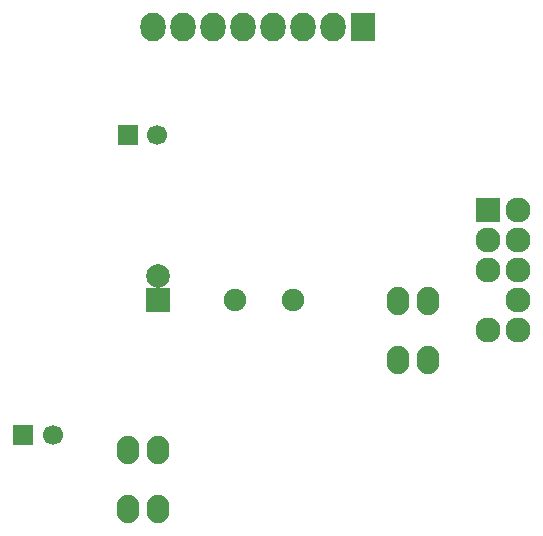
<source format=gts>
G04 #@! TF.GenerationSoftware,KiCad,Pcbnew,(2017-05-18 revision 2a3a699)-master*
G04 #@! TF.CreationDate,2017-05-23T18:31:29+02:00*
G04 #@! TF.ProjectId,reader,7265616465722E6B696361645F706362,rev?*
G04 #@! TF.FileFunction,Soldermask,Top*
G04 #@! TF.FilePolarity,Negative*
%FSLAX46Y46*%
G04 Gerber Fmt 4.6, Leading zero omitted, Abs format (unit mm)*
G04 Created by KiCad (PCBNEW (2017-05-18 revision 2a3a699)-master) date Tue May 23 18:31:29 2017*
%MOMM*%
%LPD*%
G01*
G04 APERTURE LIST*
%ADD10C,0.385000*%
%ADD11O,2.127200X2.432000*%
%ADD12R,2.127200X2.432000*%
%ADD13R,2.127200X2.127200*%
%ADD14O,2.127200X2.127200*%
%ADD15R,1.700000X1.700000*%
%ADD16C,1.700000*%
%ADD17O,1.900000X2.400000*%
%ADD18R,2.000000X2.000000*%
%ADD19C,2.000000*%
%ADD20C,1.901140*%
G04 APERTURE END LIST*
D10*
D11*
X66100000Y-52300000D03*
X68640000Y-52300000D03*
X71180000Y-52300000D03*
X73720000Y-52300000D03*
X76260000Y-52300000D03*
X78800000Y-52300000D03*
X81340000Y-52300000D03*
D12*
X83880000Y-52300000D03*
D13*
X94450000Y-67780000D03*
D14*
X96990000Y-67780000D03*
X94450000Y-70320000D03*
X96990000Y-70320000D03*
X94450000Y-72860000D03*
X96990000Y-72860000D03*
X96990000Y-75400000D03*
X94450000Y-77940000D03*
X96990000Y-77940000D03*
D15*
X63970000Y-61430000D03*
D16*
X66470000Y-61430000D03*
X57620000Y-86830000D03*
D15*
X55120000Y-86830000D03*
D17*
X64010000Y-93100000D03*
X66510000Y-93100000D03*
X66510000Y-88100000D03*
X64010000Y-88100000D03*
X86870000Y-75480000D03*
X89370000Y-75480000D03*
X89370000Y-80480000D03*
X86870000Y-80480000D03*
D18*
X66510000Y-75400000D03*
D19*
X66510000Y-73400000D03*
D20*
X77940000Y-75400000D03*
X73058120Y-75400000D03*
M02*

</source>
